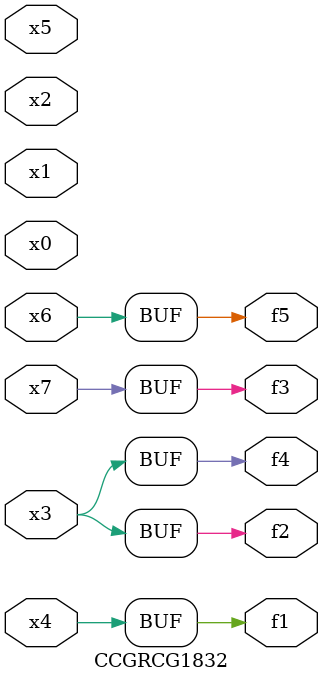
<source format=v>
module CCGRCG1832(
	input x0, x1, x2, x3, x4, x5, x6, x7,
	output f1, f2, f3, f4, f5
);
	assign f1 = x4;
	assign f2 = x3;
	assign f3 = x7;
	assign f4 = x3;
	assign f5 = x6;
endmodule

</source>
